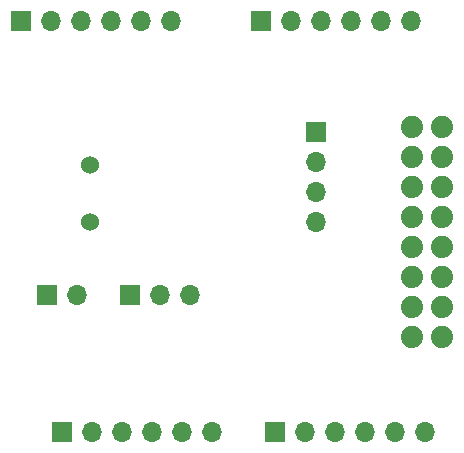
<source format=gbr>
%TF.GenerationSoftware,KiCad,Pcbnew,7.0.5*%
%TF.CreationDate,2024-11-17T18:30:54-07:00*%
%TF.ProjectId,sed1200emu,73656431-3230-4306-956d-752e6b696361,rev?*%
%TF.SameCoordinates,Original*%
%TF.FileFunction,Soldermask,Bot*%
%TF.FilePolarity,Negative*%
%FSLAX46Y46*%
G04 Gerber Fmt 4.6, Leading zero omitted, Abs format (unit mm)*
G04 Created by KiCad (PCBNEW 7.0.5) date 2024-11-17 18:30:54*
%MOMM*%
%LPD*%
G01*
G04 APERTURE LIST*
%ADD10R,1.700000X1.700000*%
%ADD11O,1.700000X1.700000*%
%ADD12C,1.524000*%
%ADD13C,1.879600*%
G04 APERTURE END LIST*
D10*
%TO.C,DIS2-1*%
X133250000Y-126250000D03*
D11*
X135790000Y-126250000D03*
X138330000Y-126250000D03*
X140870000Y-126250000D03*
X143410000Y-126250000D03*
X145950000Y-126250000D03*
%TD*%
D10*
%TO.C,UART1*%
X138975000Y-114620400D03*
D11*
X141515000Y-114620400D03*
X144055000Y-114620400D03*
%TD*%
D10*
%TO.C,SPI1*%
X154750000Y-100870400D03*
D11*
X154750000Y-103410400D03*
X154750000Y-105950400D03*
X154750000Y-108490400D03*
%TD*%
D10*
%TO.C,DIS2-2*%
X151250000Y-126250000D03*
D11*
X153790000Y-126250000D03*
X156330000Y-126250000D03*
X158870000Y-126250000D03*
X161410000Y-126250000D03*
X163950000Y-126250000D03*
%TD*%
D12*
%TO.C,Q1*%
X135585100Y-108457000D03*
X135585100Y-103631000D03*
%TD*%
D10*
%TO.C,RESET1*%
X131975000Y-114620400D03*
D11*
X134515000Y-114620400D03*
%TD*%
D13*
%TO.C,DIS1*%
X165407035Y-118157861D03*
X162867035Y-118157861D03*
X165407035Y-115617861D03*
X162867035Y-115617861D03*
X165407035Y-113077861D03*
X162867035Y-113077861D03*
X165407035Y-110537861D03*
X162867035Y-110537861D03*
X165407035Y-107997861D03*
X162867035Y-107997861D03*
X165407035Y-105457861D03*
X162867035Y-105457861D03*
X165407035Y-102917861D03*
X162867035Y-102917861D03*
X165407035Y-100377861D03*
X162867035Y-100377861D03*
%TD*%
D10*
%TO.C,CN2*%
X150049130Y-91417455D03*
D11*
X152589130Y-91417455D03*
X155129130Y-91417455D03*
X157669130Y-91417455D03*
X160209130Y-91417455D03*
X162749130Y-91417455D03*
%TD*%
D10*
%TO.C,CN1*%
X129747634Y-91417455D03*
D11*
X132287634Y-91417455D03*
X134827634Y-91417455D03*
X137367634Y-91417455D03*
X139907634Y-91417455D03*
X142447634Y-91417455D03*
%TD*%
M02*

</source>
